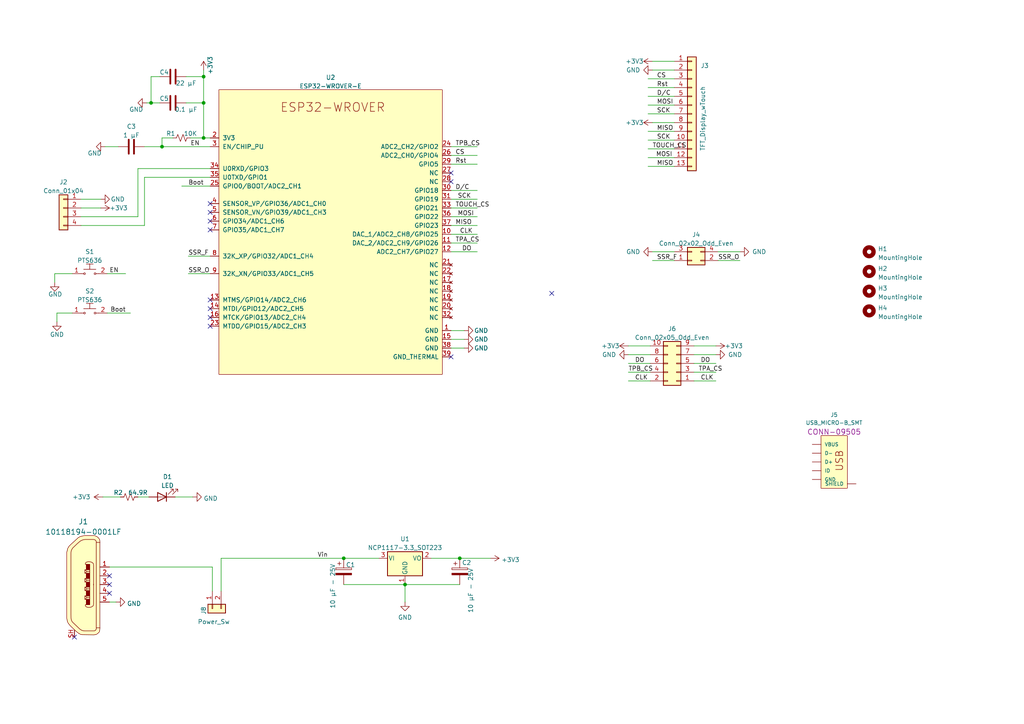
<source format=kicad_sch>
(kicad_sch (version 20211123) (generator eeschema)
  (paper "A4")
  (lib_symbols
    (symbol "Connector_Generic:Conn_01x02" (pin_names (offset 1.016) hide)
      (property "Reference" "J" (at 0 2.54 0))
      (property "Value" "Conn_01x02" (at 0 -5.08 0))
      (symbol "Conn_01x02_1_1"
        (rectangle (start -1.27 -2.413) (end 0 -2.667) (stroke (width 0.1524)))
        (rectangle (start -1.27 0.127) (end 0 -0.127) (stroke (width 0.1524)))
        (rectangle (start -1.27 1.27) (end 1.27 -3.81) (stroke (width 0.254)) (fill (type background)))
        (pin passive line (at -5.08 0 0) (length 3.81) (name "Pin_1") (number "1"))
        (pin passive line (at -5.08 -2.54 0) (length 3.81) (name "Pin_2") (number "2"))
      )
    )
    (symbol "Connector_Generic:Conn_01x04" (pin_names (offset 1.016) hide)
      (property "Reference" "J" (at 0 5.08 0))
      (property "Value" "Conn_01x04" (at 0 -7.62 0))
      (symbol "Conn_01x04_1_1"
        (rectangle (start -1.27 -4.953) (end 0 -5.207) (stroke (width 0.1524)))
        (rectangle (start -1.27 -2.413) (end 0 -2.667) (stroke (width 0.1524)))
        (rectangle (start -1.27 0.127) (end 0 -0.127) (stroke (width 0.1524)))
        (rectangle (start -1.27 2.667) (end 0 2.413) (stroke (width 0.1524)))
        (rectangle (start -1.27 3.81) (end 1.27 -6.35) (stroke (width 0.254)) (fill (type background)))
        (pin passive line (at -5.08 2.54 0) (length 3.81) (name "Pin_1") (number "1"))
        (pin passive line (at -5.08 0 0) (length 3.81) (name "Pin_2") (number "2"))
        (pin passive line (at -5.08 -2.54 0) (length 3.81) (name "Pin_3") (number "3"))
        (pin passive line (at -5.08 -5.08 0) (length 3.81) (name "Pin_4") (number "4"))
      )
    )
    (symbol "Connector_Generic:Conn_01x13" (pin_names (offset 1.016) hide)
      (property "Reference" "J" (at 0 17.78 0))
      (property "Value" "Conn_01x13" (at 0 -17.78 0))
      (symbol "Conn_01x13_1_1"
        (rectangle (start -1.27 -15.113) (end 0 -15.367) (stroke (width 0.1524)))
        (rectangle (start -1.27 -12.573) (end 0 -12.827) (stroke (width 0.1524)))
        (rectangle (start -1.27 -10.033) (end 0 -10.287) (stroke (width 0.1524)))
        (rectangle (start -1.27 -7.493) (end 0 -7.747) (stroke (width 0.1524)))
        (rectangle (start -1.27 -4.953) (end 0 -5.207) (stroke (width 0.1524)))
        (rectangle (start -1.27 -2.413) (end 0 -2.667) (stroke (width 0.1524)))
        (rectangle (start -1.27 0.127) (end 0 -0.127) (stroke (width 0.1524)))
        (rectangle (start -1.27 2.667) (end 0 2.413) (stroke (width 0.1524)))
        (rectangle (start -1.27 5.207) (end 0 4.953) (stroke (width 0.1524)))
        (rectangle (start -1.27 7.747) (end 0 7.493) (stroke (width 0.1524)))
        (rectangle (start -1.27 10.287) (end 0 10.033) (stroke (width 0.1524)))
        (rectangle (start -1.27 12.827) (end 0 12.573) (stroke (width 0.1524)))
        (rectangle (start -1.27 15.367) (end 0 15.113) (stroke (width 0.1524)))
        (rectangle (start -1.27 16.51) (end 1.27 -16.51) (stroke (width 0.254)) (fill (type background)))
        (pin passive line (at -5.08 15.24 0) (length 3.81) (name "Pin_1") (number "1"))
        (pin passive line (at -5.08 -7.62 0) (length 3.81) (name "Pin_10") (number "10"))
        (pin passive line (at -5.08 -10.16 0) (length 3.81) (name "Pin_11") (number "11"))
        (pin passive line (at -5.08 -12.7 0) (length 3.81) (name "Pin_12") (number "12"))
        (pin passive line (at -5.08 -15.24 0) (length 3.81) (name "Pin_13") (number "13"))
        (pin passive line (at -5.08 12.7 0) (length 3.81) (name "Pin_2") (number "2"))
        (pin passive line (at -5.08 10.16 0) (length 3.81) (name "Pin_3") (number "3"))
        (pin passive line (at -5.08 7.62 0) (length 3.81) (name "Pin_4") (number "4"))
        (pin passive line (at -5.08 5.08 0) (length 3.81) (name "Pin_5") (number "5"))
        (pin passive line (at -5.08 2.54 0) (length 3.81) (name "Pin_6") (number "6"))
        (pin passive line (at -5.08 0 0) (length 3.81) (name "Pin_7") (number "7"))
        (pin passive line (at -5.08 -2.54 0) (length 3.81) (name "Pin_8") (number "8"))
        (pin passive line (at -5.08 -5.08 0) (length 3.81) (name "Pin_9") (number "9"))
      )
    )
    (symbol "Connector_Generic:Conn_02x02_Odd_Even" (pin_names (offset 1.016) hide)
      (property "Reference" "J" (at 1.27 2.54 0))
      (property "Value" "Conn_02x02_Odd_Even" (at 1.27 -5.08 0))
      (symbol "Conn_02x02_Odd_Even_1_1"
        (rectangle (start -1.27 -2.413) (end 0 -2.667) (stroke (width 0.1524)))
        (rectangle (start -1.27 0.127) (end 0 -0.127) (stroke (width 0.1524)))
        (rectangle (start -1.27 1.27) (end 3.81 -3.81) (stroke (width 0.254)) (fill (type background)))
        (rectangle (start 3.81 -2.413) (end 2.54 -2.667) (stroke (width 0.1524)))
        (rectangle (start 3.81 0.127) (end 2.54 -0.127) (stroke (width 0.1524)))
        (pin passive line (at -5.08 0 0) (length 3.81) (name "Pin_1") (number "1"))
        (pin passive line (at 7.62 0 180) (length 3.81) (name "Pin_2") (number "2"))
        (pin passive line (at -5.08 -2.54 0) (length 3.81) (name "Pin_3") (number "3"))
        (pin passive line (at 7.62 -2.54 180) (length 3.81) (name "Pin_4") (number "4"))
      )
    )
    (symbol "Connector_Generic:Conn_02x05_Odd_Even" (pin_names (offset 1.016) hide)
      (property "Reference" "J" (at 1.27 7.62 0))
      (property "Value" "Conn_02x05_Odd_Even" (at 1.27 -7.62 0))
      (symbol "Conn_02x05_Odd_Even_1_1"
        (rectangle (start -1.27 -4.953) (end 0 -5.207) (stroke (width 0.1524)))
        (rectangle (start -1.27 -2.413) (end 0 -2.667) (stroke (width 0.1524)))
        (rectangle (start -1.27 0.127) (end 0 -0.127) (stroke (width 0.1524)))
        (rectangle (start -1.27 2.667) (end 0 2.413) (stroke (width 0.1524)))
        (rectangle (start -1.27 5.207) (end 0 4.953) (stroke (width 0.1524)))
        (rectangle (start -1.27 6.35) (end 3.81 -6.35) (stroke (width 0.254)) (fill (type background)))
        (rectangle (start 3.81 -4.953) (end 2.54 -5.207) (stroke (width 0.1524)))
        (rectangle (start 3.81 -2.413) (end 2.54 -2.667) (stroke (width 0.1524)))
        (rectangle (start 3.81 0.127) (end 2.54 -0.127) (stroke (width 0.1524)))
        (rectangle (start 3.81 2.667) (end 2.54 2.413) (stroke (width 0.1524)))
        (rectangle (start 3.81 5.207) (end 2.54 4.953) (stroke (width 0.1524)))
        (pin passive line (at -5.08 5.08 0) (length 3.81) (name "Pin_1") (number "1"))
        (pin passive line (at 7.62 -5.08 180) (length 3.81) (name "Pin_10") (number "10"))
        (pin passive line (at 7.62 5.08 180) (length 3.81) (name "Pin_2") (number "2"))
        (pin passive line (at -5.08 2.54 0) (length 3.81) (name "Pin_3") (number "3"))
        (pin passive line (at 7.62 2.54 180) (length 3.81) (name "Pin_4") (number "4"))
        (pin passive line (at -5.08 0 0) (length 3.81) (name "Pin_5") (number "5"))
        (pin passive line (at 7.62 0 180) (length 3.81) (name "Pin_6") (number "6"))
        (pin passive line (at -5.08 -2.54 0) (length 3.81) (name "Pin_7") (number "7"))
        (pin passive line (at 7.62 -2.54 180) (length 3.81) (name "Pin_8") (number "8"))
        (pin passive line (at -5.08 -5.08 0) (length 3.81) (name "Pin_9") (number "9"))
      )
    )
    (symbol "Device:C" (pin_numbers hide) (pin_names (offset 0.254))
      (property "Reference" "C" (at 0.635 2.54 0))
      (property "Value" "C" (at 0.635 -2.54 0))
      (symbol "C_0_1"
        (polyline (pts (xy -2.032 -0.762) (xy 2.032 -0.762)) (stroke (width 0.508)))
        (polyline (pts (xy -2.032 0.762) (xy 2.032 0.762)) (stroke (width 0.508)))
      )
      (symbol "C_1_1"
        (pin passive line (at 0 3.81 270) (length 2.794) (name "~") (number "1"))
        (pin passive line (at 0 -3.81 90) (length 2.794) (name "~") (number "2"))
      )
    )
    (symbol "Device:C_Polarized" (pin_numbers hide) (pin_names (offset 0.254))
      (property "Reference" "C" (at 0.635 2.54 0))
      (property "Value" "C_Polarized" (at 0.635 -2.54 0))
      (symbol "C_Polarized_0_1"
        (rectangle (start -2.286 0.508) (end 2.286 1.016))
        (polyline (pts (xy -1.778 2.286) (xy -0.762 2.286)))
        (polyline (pts (xy -1.27 2.794) (xy -1.27 1.778)))
        (rectangle (start 2.286 -0.508) (end -2.286 -1.016) (fill (type outline)))
      )
      (symbol "C_Polarized_1_1"
        (pin passive line (at 0 3.81 270) (length 2.794) (name "~") (number "1"))
        (pin passive line (at 0 -3.81 90) (length 2.794) (name "~") (number "2"))
      )
    )
    (symbol "Device:LED" (pin_numbers hide) (pin_names (offset 1.016) hide)
      (property "Reference" "D" (at 0 2.54 0))
      (property "Value" "LED" (at 0 -2.54 0))
      (symbol "LED_0_1"
        (polyline (pts (xy -1.27 -1.27) (xy -1.27 1.27)) (stroke (width 0.254)))
        (polyline (pts (xy -1.27 0) (xy 1.27 0)))
        (polyline (pts (xy 1.27 -1.27) (xy 1.27 1.27) (xy -1.27 0) (xy 1.27 -1.27)) (stroke (width 0.254)))
        (polyline (pts (xy -3.048 -0.762) (xy -4.572 -2.286) (xy -3.81 -2.286) (xy -4.572 -2.286) (xy -4.572 -1.524)))
        (polyline (pts (xy -1.778 -0.762) (xy -3.302 -2.286) (xy -2.54 -2.286) (xy -3.302 -2.286) (xy -3.302 -1.524)))
      )
      (symbol "LED_1_1"
        (pin passive line (at -3.81 0 0) (length 2.54) (name "K") (number "1"))
        (pin passive line (at 3.81 0 180) (length 2.54) (name "A") (number "2"))
      )
    )
    (symbol "Device:R_Small_US" (pin_numbers hide) (pin_names (offset 0.254) hide)
      (property "Reference" "R" (at 0.762 0.508 0))
      (property "Value" "R_Small_US" (at 0.762 -1.016 0))
      (symbol "R_Small_US_1_1"
        (polyline (pts (xy 0 0) (xy 1.016 -0.381) (xy 0 -0.762) (xy -1.016 -1.143) (xy 0 -1.524)))
        (polyline (pts (xy 0 1.524) (xy 1.016 1.143) (xy 0 0.762) (xy -1.016 0.381) (xy 0 0)))
        (pin passive line (at 0 2.54 270) (length 1.016) (name "~") (number "1"))
        (pin passive line (at 0 -2.54 90) (length 1.016) (name "~") (number "2"))
      )
    )
    (symbol "Espressif:ESP32-WROVER-E" (pin_names (offset 1.016))
      (property "Reference" "U?" (at 0.635 45.4828 0))
      (property "Value" "ESP32-WROVER-E" (at 0.635 42.9459 0))
      (symbol "ESP32-WROVER-E_0_1"
        (rectangle (start 33.02 41.91) (end -31.75 -40.64) (fill (type background)))
      )
      (symbol "ESP32-WROVER-E_1_1"
        (text "ESP32-­WROVER" (at 1.27 36.83 0) (effects (font (size 2.54 2.54))))
        (pin power_in line (at 35.56 -27.94 180) (length 2.54) (name "GND") (number "1"))
        (pin bidirectional line (at 35.56 0 180) (length 2.54) (name "DAC_1/ADC2_CH8/GPIO25") (number "10"))
        (pin bidirectional line (at 35.56 -2.54 180) (length 2.54) (name "DAC_2/ADC2_CH9/GPIO26") (number "11"))
        (pin bidirectional line (at 35.56 -5.08 180) (length 2.54) (name "ADC2_CH7/GPIO27") (number "12"))
        (pin bidirectional line (at -34.29 -19.05 0) (length 2.54) (name "MTMS/GPIO14/ADC2_CH6") (number "13"))
        (pin bidirectional line (at -34.29 -21.59 0) (length 2.54) (name "MTDI/GPIO12/ADC2_CH5") (number "14"))
        (pin power_in line (at 35.56 -30.48 180) (length 2.54) (name "GND") (number "15"))
        (pin bidirectional line (at -34.29 -24.13 0) (length 2.54) (name "MTCK/GPIO13/ADC2_CH4") (number "16"))
        (pin no_connect line (at 35.56 -13.97 180) (length 2.54) (name "NC") (number "17"))
        (pin no_connect line (at 35.56 -16.51 180) (length 2.54) (name "NC") (number "18"))
        (pin no_connect line (at 35.56 -19.05 180) (length 2.54) (name "NC") (number "19"))
        (pin power_in line (at -34.29 27.94 0) (length 2.54) (name "3V3") (number "2"))
        (pin no_connect line (at 35.56 -21.59 180) (length 2.54) (name "NC") (number "20"))
        (pin no_connect line (at 35.56 -8.89 180) (length 2.54) (name "NC") (number "21"))
        (pin no_connect line (at 35.56 -11.43 180) (length 2.54) (name "NC") (number "22"))
        (pin bidirectional line (at -34.29 -26.67 0) (length 2.54) (name "MTDO/GPIO15/ADC2_CH3") (number "23"))
        (pin bidirectional line (at 35.56 25.4 180) (length 2.54) (name "ADC2_CH2/GPIO2") (number "24"))
        (pin bidirectional line (at -34.29 13.97 0) (length 2.54) (name "GPIO0/BOOT/ADC2_CH1") (number "25"))
        (pin bidirectional line (at 35.56 22.86 180) (length 2.54) (name "ADC2_CH0/GPIO4") (number "26"))
        (pin bidirectional line (at 35.56 17.78 180) (length 2.54) (name "NC") (number "27"))
        (pin bidirectional line (at 35.56 15.24 180) (length 2.54) (name "NC") (number "28"))
        (pin bidirectional line (at 35.56 20.32 180) (length 2.54) (name "GPIO5") (number "29"))
        (pin input line (at -34.29 25.4 0) (length 2.54) (name "EN/CHIP_PU") (number "3"))
        (pin bidirectional line (at 35.56 12.7 180) (length 2.54) (name "GPIO18") (number "30"))
        (pin bidirectional line (at 35.56 10.16 180) (length 2.54) (name "GPIO19") (number "31"))
        (pin no_connect line (at 35.56 -24.13 180) (length 2.54) (name "NC") (number "32"))
        (pin bidirectional line (at 35.56 7.62 180) (length 2.54) (name "GPIO21") (number "33"))
        (pin bidirectional line (at -34.29 19.05 0) (length 2.54) (name "U0RXD/GPIO3") (number "34"))
        (pin bidirectional line (at -34.29 16.51 0) (length 2.54) (name "U0TXD/GPIO1") (number "35"))
        (pin bidirectional line (at 35.56 5.08 180) (length 2.54) (name "GPIO22") (number "36"))
        (pin bidirectional line (at 35.56 2.54 180) (length 2.54) (name "GPIO23") (number "37"))
        (pin power_in line (at 35.56 -33.02 180) (length 2.54) (name "GND") (number "38"))
        (pin power_in line (at 35.56 -35.56 180) (length 2.54) (name "GND_THERMAL") (number "39"))
        (pin input line (at -34.29 8.89 0) (length 2.54) (name "SENSOR_VP/GPIO36/ADC1_CH0") (number "4"))
        (pin input line (at -34.29 6.35 0) (length 2.54) (name "SENSOR_VN/GPIO39/ADC1_CH3") (number "5"))
        (pin input line (at -34.29 3.81 0) (length 2.54) (name "GPIO34/ADC1_CH6") (number "6"))
        (pin input line (at -34.29 1.27 0) (length 2.54) (name "GPIO35/ADC1_CH7") (number "7"))
        (pin bidirectional line (at -34.29 -6.35 0) (length 2.54) (name "32K_XP/GPIO32/ADC1_CH4") (number "8"))
        (pin bidirectional line (at -34.29 -11.43 0) (length 2.54) (name "32K_XN/GPIO33/ADC1_CH5") (number "9"))
      )
    )
    (symbol "Kitecraft_Buttons:PTS636" (pin_names (offset 1.016))
      (property "Reference" "S" (at -3.81 3.81 0))
      (property "Value" "PTS636" (at 0 -2.54 0))
      (symbol "PTS636_0_1"
        (circle (center -1.524 0) (radius 0.254))
        (polyline (pts (xy -2.54 0) (xy -1.778 0)))
        (polyline (pts (xy -1.778 1.27) (xy 1.778 1.27)))
        (polyline (pts (xy -1.016 2.794) (xy 1.016 2.794)))
        (polyline (pts (xy 0 1.27) (xy 0 2.794)))
        (polyline (pts (xy 2.54 0) (xy 1.778 0)))
        (circle (center 1.524 0) (radius 0.254))
      )
      (symbol "PTS636_1_1"
        (pin passive line (at -5.08 0 0) (length 2.54) (name "~") (number "1"))
        (pin passive line (at 5.08 0 180) (length 2.54) (name "~") (number "2"))
      )
    )
    (symbol "Mechanical:MountingHole" (pin_names (offset 1.016))
      (property "Reference" "H" (at 0 5.08 0))
      (property "Value" "MountingHole" (at 0 3.175 0))
      (symbol "MountingHole_0_1"
        (circle (center 0 0) (radius 1.27) (stroke (width 1.27)))
      )
    )
    (symbol "Regulator_Linear:NCP1117-3.3_SOT223" (pin_names (offset 0.254))
      (property "Reference" "U" (at -3.81 3.175 0))
      (property "Value" "NCP1117-3.3_SOT223" (at 0 3.175 0))
      (symbol "NCP1117-3.3_SOT223_0_1"
        (rectangle (start -5.08 -5.08) (end 5.08 1.905) (stroke (width 0.254)) (fill (type background)))
      )
      (symbol "NCP1117-3.3_SOT223_1_1"
        (pin power_in line (at 0 -7.62 90) (length 2.54) (name "GND") (number "1"))
        (pin power_out line (at 7.62 0 180) (length 2.54) (name "VO") (number "2"))
        (pin power_in line (at -7.62 0 0) (length 2.54) (name "VI") (number "3"))
      )
    )
    (symbol "SparkFun-Connectors:USB_MICRO-B_SMT" (pin_numbers hide) (pin_names (offset 1.016))
      (property "Reference" "J" (at -3.81 8.89 0))
      (property "Value" "USB_MICRO-B_SMT" (at -3.81 -10.16 0))
      (property "Field4" "CONN-09505" (at 0 12.7 0))
      (symbol "USB_MICRO-B_SMT_1_0"
        (rectangle (start -3.81 7.62) (end 3.81 -7.62) (fill (type background)))
        (text "USB" (at 1.524 0.381 900) (effects (font (size 2.032 2.032))))
      )
      (symbol "USB_MICRO-B_SMT_1_1"
        (pin bidirectional line (at -6.35 0 0) (length 2.54) (name "D+") (number "D+"))
        (pin bidirectional line (at -6.35 2.54 0) (length 2.54) (name "D-") (number "D-"))
        (pin power_in line (at -6.35 -5.08 0) (length 2.54) (name "GND") (number "GND"))
        (pin bidirectional line (at -6.35 -2.54 0) (length 2.54) (name "ID") (number "ID"))
        (pin bidirectional line (at 6.35 -6.35 180) (length 2.54) (name "SHIELD") (number "MT1"))
        (pin bidirectional line (at 6.35 -6.35 180) (length 2.54) hide (name "SHIELD") (number "MT2"))
        (pin bidirectional line (at 6.35 -6.35 180) (length 2.54) hide (name "SHIELD") (number "P$1"))
        (pin bidirectional line (at 6.35 -6.35 180) (length 2.54) hide (name "SHIELD") (number "P$2"))
        (pin power_in line (at -6.35 5.08 0) (length 2.54) (name "VBUS") (number "VBUS"))
      )
    )
    (symbol "dk_USB-DVI-HDMI-Connectors:10118194-0001LF" (pin_names (offset 1.016))
      (property "Reference" "J" (at -4.445 15.24 0))
      (property "Value" "10118194-0001LF" (at -6.35 -7.62 90))
      (symbol "10118194-0001LF_0_1"
        (polyline (pts (xy 3.7846 12.2428) (xy 3.7846 -12.5476)))
        (polyline (pts (xy 0.4826 -4.2926) (xy 0.4826 -3.2766) (xy 1.8796 -3.2766) (xy 1.8796 -4.2926) (xy 0.4826 -4.2926) (xy 1.1176 -3.7846) (xy 0.4826 -3.2766) (xy 1.8796 -3.2766) (xy 1.8796 -3.7846) (xy 1.1176 -3.7846)))
        (polyline (pts (xy 0.4826 -1.7526) (xy 0.4826 -0.7366) (xy 1.8796 -0.7366) (xy 1.8796 -1.7526) (xy 0.4826 -1.7526) (xy 1.1176 -1.2446) (xy 0.4826 -0.7366) (xy 1.8796 -0.7366) (xy 1.8796 -1.2446) (xy 1.1176 -1.2446)))
        (polyline (pts (xy 0.4826 1.7526) (xy 0.4826 0.7366) (xy 1.8796 0.7366) (xy 1.8796 1.7526) (xy 0.4826 1.7526) (xy 1.1176 1.2446) (xy 0.4826 0.7366) (xy 1.8796 0.7366) (xy 1.8796 1.2446) (xy 1.1176 1.2446)))
        (polyline (pts (xy 0.4826 4.2926) (xy 0.4826 3.2766) (xy 1.8796 3.2766) (xy 1.8796 4.2926) (xy 0.4826 4.2926) (xy 1.1176 3.7846) (xy 0.4826 3.2766) (xy 1.8796 3.2766) (xy 1.8796 3.7846) (xy 1.1176 3.7846)))
        (polyline (pts (xy 1.905 -0.0254) (xy 1.905 5.842) (xy 0.635 5.842) (xy 0.635 6.1468) (xy 0.8128 6.4262) (xy 1.1938 6.5786) (xy 1.651 6.6294) (xy 2.2606 6.5532) (xy 2.7178 6.3246) (xy 2.9464 6.0706) (xy 3.0226 5.6388) (xy 3.0226 4.8006) (xy 3.0226 -0.127)))
        (polyline (pts (xy 1.905 0.0254) (xy 1.905 -5.842) (xy 0.635 -5.842) (xy 0.635 -6.1468) (xy 0.8128 -6.4262) (xy 1.1938 -6.5786) (xy 1.651 -6.6294) (xy 2.2606 -6.5532) (xy 2.7178 -6.3246) (xy 2.9464 -6.0706) (xy 3.0226 -5.6388) (xy 3.0226 -4.8006) (xy 3.0226 0.127)))
        (polyline (pts (xy 4.8514 -12.5476) (xy 3.8354 -12.5476) (xy 3.7846 -12.5476) (xy 3.7846 -12.9032) (xy 3.6068 -13.2334) (xy 3.429 -13.3604) (xy 3.2258 -13.4366) (xy 0.4572 -13.4366) (xy 0.0508 -13.4112) (xy -0.3302 -13.3096) (xy -0.6604 -13.1318) (xy -0.9906 -12.9032) (xy -3.1496 -10.8458) (xy -3.4036 -10.3886) (xy -3.5306 -9.779) (xy -3.556 -8.636) (xy -3.556 9.2202) (xy -3.5306 9.4234) (xy -3.4544 9.8298) (xy -3.302 10.1854) (xy -3.0226 10.6172) (xy -1.7526 11.8364) (xy -0.8636 12.5984) (xy -0.3302 12.8778) (xy 0.0762 13.0048) (xy 0.6096 13.081) (xy 3.0734 13.081) (xy 3.3274 13.0048) (xy 3.5814 12.8524) (xy 3.7846 12.5222) (xy 3.7846 12.2174) (xy 4.8514 12.2174)))
        (polyline (pts (xy 4.8514 -11.4808) (xy 4.8514 -12.8016) (xy 4.7752 -13.4366) (xy 4.572 -13.8684) (xy 4.0386 -14.3256) (xy 3.5814 -14.5288) (xy 3.0988 -14.605) (xy -0.2794 -14.5542) (xy -0.7112 -14.4526) (xy -1.2446 -14.1986) (xy -2.2098 -13.4366) (xy -3.556 -12.1412) (xy -4.0132 -11.6586) (xy -4.3688 -11.1506) (xy -4.6228 -10.5918) (xy -4.7498 -9.7536) (xy -4.7498 9.3726) (xy -4.5974 10.0838) (xy -4.4704 10.4648) (xy -4.2164 10.9728) (xy -3.6068 11.6078) (xy -1.4478 13.589) (xy -0.9652 13.8684) (xy -0.5588 14.0208) (xy 0.0762 14.1224) (xy 0.5588 14.1732) (xy 3.2766 14.1732) (xy 3.7592 14.0208) (xy 4.2164 13.7414) (xy 4.445 13.5128) (xy 4.699 13.1572) (xy 4.826 12.8524) (xy 4.8514 12.446) (xy 4.8514 -11.5062)) (fill (type background)))
        (rectangle (start 0.889 -4.318) (end 1.905 -5.842) (fill (type outline)))
        (rectangle (start 0.889 -3.302) (end 1.905 -1.778) (fill (type outline)))
        (rectangle (start 0.889 -0.635) (end 1.905 0.381) (fill (type outline)))
        (rectangle (start 0.889 0.635) (end 1.905 -0.381) (fill (type outline)))
        (rectangle (start 0.889 3.302) (end 1.905 1.778) (fill (type outline)))
        (rectangle (start 0.889 4.318) (end 1.905 5.842) (fill (type outline)))
      )
      (symbol "10118194-0001LF_1_1"
        (pin passive line (at 7.62 5.08 180) (length 2.794) (name "~") (number "1"))
        (pin passive line (at 7.62 2.54 180) (length 2.794) (name "~") (number "2"))
        (pin passive line (at 7.62 0 180) (length 2.794) (name "~") (number "3"))
        (pin passive line (at 7.62 -2.54 180) (length 2.794) (name "~") (number "4"))
        (pin passive line (at 7.62 -5.08 180) (length 2.794) (name "~") (number "5"))
        (pin passive line (at -2.54 -15.24 90) (length 2.032) (name "~") (number "SH"))
      )
    )
    (symbol "power:+3.3V" (power) (pin_names (offset 0))
      (property "Value" "+3.3V" (at 0 3.556 0))
      (symbol "+3.3V_0_1"
        (polyline (pts (xy -0.762 1.27) (xy 0 2.54)))
        (polyline (pts (xy 0 0) (xy 0 2.54)))
        (polyline (pts (xy 0 2.54) (xy 0.762 1.27)))
      )
      (symbol "+3.3V_1_1"
        (pin power_in line (at 0 0 90) (length 0) hide (name "+3V3") (number "1"))
      )
    )
    (symbol "power:GND" (power) (pin_names (offset 0))
      (property "Value" "GND" (at 0 -3.81 0))
      (symbol "GND_0_1"
        (polyline (pts (xy 0 0) (xy 0 -1.27) (xy 1.27 -1.27) (xy 0 -2.54) (xy -1.27 -1.27) (xy 0 -1.27)))
      )
      (symbol "GND_1_1"
        (pin power_in line (at 0 0 270) (length 0) hide (name "GND") (number "1"))
      )
    )
  )
  (junction (at 46.99 42.545))
  (junction (at 59.055 40.005))
  (junction (at 99.695 161.925))
  (junction (at 43.815 29.845))
  (junction (at 59.055 22.225))
  (junction (at 117.475 169.545))
  (junction (at 59.055 29.845))
  (junction (at 133.35 161.925))
  (no_connect (at 130.81 103.505))
  (no_connect (at 160.02 85.09))
  (no_connect (at 130.81 52.705))
  (no_connect (at 130.81 50.165))
  (no_connect (at 60.96 61.595))
  (no_connect (at 60.96 59.055))
  (no_connect (at 60.96 66.675))
  (no_connect (at 60.96 64.135))
  (no_connect (at 60.96 94.615))
  (no_connect (at 60.96 92.075))
  (no_connect (at 60.96 89.535))
  (no_connect (at 60.96 86.995))
  (no_connect (at 31.75 172.085))
  (no_connect (at 31.75 169.545))
  (no_connect (at 21.59 184.785))
  (no_connect (at 31.75 167.005))
  (wire (pts (xy 61.595 164.465) (xy 61.595 171.45)))
  (wire (pts (xy 187.96 27.94) (xy 195.58 27.94)))
  (wire (pts (xy 125.095 161.925) (xy 133.35 161.925)))
  (wire (pts (xy 130.81 60.325) (xy 138.43 60.325)))
  (wire (pts (xy 46.99 40.005) (xy 46.99 42.545)))
  (wire (pts (xy 41.91 65.405) (xy 23.495 65.405)))
  (wire (pts (xy 64.135 161.925) (xy 99.695 161.925)))
  (wire (pts (xy 54.61 79.375) (xy 60.96 79.375)))
  (wire (pts (xy 182.245 107.95) (xy 188.595 107.95)))
  (wire (pts (xy 20.955 90.805) (xy 16.51 90.805)))
  (wire (pts (xy 117.475 169.545) (xy 117.475 174.625)))
  (wire (pts (xy 59.055 22.225) (xy 59.055 29.845)))
  (wire (pts (xy 130.81 42.545) (xy 138.43 42.545)))
  (wire (pts (xy 31.75 164.465) (xy 61.595 164.465)))
  (wire (pts (xy 64.135 171.45) (xy 64.135 161.925)))
  (wire (pts (xy 208.28 73.025) (xy 214.63 73.025)))
  (wire (pts (xy 40.005 144.145) (xy 43.18 144.145)))
  (wire (pts (xy 54.61 74.295) (xy 60.96 74.295)))
  (wire (pts (xy 23.495 57.785) (xy 29.21 57.785)))
  (wire (pts (xy 31.75 174.625) (xy 33.655 174.625)))
  (wire (pts (xy 31.115 79.375) (xy 36.449 79.375)))
  (wire (pts (xy 23.495 60.325) (xy 29.21 60.325)))
  (wire (pts (xy 46.355 22.225) (xy 43.815 22.225)))
  (wire (pts (xy 189.23 73.025) (xy 195.58 73.025)))
  (wire (pts (xy 182.245 110.49) (xy 188.595 110.49)))
  (wire (pts (xy 130.81 55.245) (xy 138.43 55.245)))
  (wire (pts (xy 201.295 102.87) (xy 207.645 102.87)))
  (wire (pts (xy 20.955 79.375) (xy 15.875 79.375)))
  (wire (pts (xy 31.115 90.805) (xy 37.846 90.805)))
  (wire (pts (xy 59.055 20.32) (xy 59.055 22.225)))
  (wire (pts (xy 187.96 48.26) (xy 195.58 48.26)))
  (wire (pts (xy 182.245 105.41) (xy 188.595 105.41)))
  (wire (pts (xy 130.81 67.945) (xy 138.43 67.945)))
  (wire (pts (xy 130.81 57.785) (xy 138.43 57.785)))
  (wire (pts (xy 40.005 62.865) (xy 23.495 62.865)))
  (wire (pts (xy 201.295 105.41) (xy 207.645 105.41)))
  (wire (pts (xy 187.96 25.4) (xy 195.58 25.4)))
  (wire (pts (xy 40.005 48.895) (xy 40.005 62.865)))
  (wire (pts (xy 187.96 40.64) (xy 195.58 40.64)))
  (wire (pts (xy 187.96 43.18) (xy 195.58 43.18)))
  (wire (pts (xy 29.845 144.145) (xy 34.925 144.145)))
  (wire (pts (xy 50.8 144.145) (xy 55.88 144.145)))
  (wire (pts (xy 53.975 29.845) (xy 59.055 29.845)))
  (wire (pts (xy 117.475 169.545) (xy 133.35 169.545)))
  (wire (pts (xy 187.96 38.1) (xy 195.58 38.1)))
  (wire (pts (xy 189.23 75.565) (xy 195.58 75.565)))
  (wire (pts (xy 99.695 161.925) (xy 109.855 161.925)))
  (wire (pts (xy 41.91 42.545) (xy 46.99 42.545)))
  (wire (pts (xy 130.81 65.405) (xy 138.43 65.405)))
  (wire (pts (xy 130.81 73.025) (xy 138.43 73.025)))
  (wire (pts (xy 182.245 100.33) (xy 188.595 100.33)))
  (wire (pts (xy 52.705 53.975) (xy 60.96 53.975)))
  (wire (pts (xy 60.96 51.435) (xy 41.91 51.435)))
  (wire (pts (xy 134.62 95.885) (xy 130.81 95.885)))
  (wire (pts (xy 201.295 107.95) (xy 207.645 107.95)))
  (wire (pts (xy 30.48 42.545) (xy 34.29 42.545)))
  (wire (pts (xy 187.96 33.02) (xy 195.58 33.02)))
  (wire (pts (xy 187.96 22.86) (xy 195.58 22.86)))
  (wire (pts (xy 187.96 45.72) (xy 195.58 45.72)))
  (wire (pts (xy 130.81 47.625) (xy 138.43 47.625)))
  (wire (pts (xy 42.545 29.845) (xy 43.815 29.845)))
  (wire (pts (xy 46.99 42.545) (xy 60.96 42.545)))
  (wire (pts (xy 201.295 110.49) (xy 207.645 110.49)))
  (wire (pts (xy 133.35 161.925) (xy 142.24 161.925)))
  (wire (pts (xy 201.295 100.33) (xy 207.645 100.33)))
  (wire (pts (xy 134.62 98.425) (xy 130.81 98.425)))
  (wire (pts (xy 53.975 22.225) (xy 59.055 22.225)))
  (wire (pts (xy 187.96 30.48) (xy 195.58 30.48)))
  (wire (pts (xy 15.875 79.375) (xy 15.875 81.915)))
  (wire (pts (xy 99.695 169.545) (xy 117.475 169.545)))
  (wire (pts (xy 41.91 51.435) (xy 41.91 65.405)))
  (wire (pts (xy 43.815 22.225) (xy 43.815 29.845)))
  (wire (pts (xy 189.23 17.78) (xy 195.58 17.78)))
  (wire (pts (xy 130.81 70.485) (xy 138.43 70.485)))
  (wire (pts (xy 189.23 20.32) (xy 195.58 20.32)))
  (wire (pts (xy 60.96 48.895) (xy 40.005 48.895)))
  (wire (pts (xy 43.815 29.845) (xy 46.355 29.845)))
  (wire (pts (xy 130.81 45.085) (xy 138.43 45.085)))
  (wire (pts (xy 16.51 90.805) (xy 16.51 93.345)))
  (wire (pts (xy 59.055 29.845) (xy 59.055 40.005)))
  (wire (pts (xy 55.245 40.005) (xy 59.055 40.005)))
  (wire (pts (xy 134.62 100.965) (xy 130.81 100.965)))
  (wire (pts (xy 182.245 102.87) (xy 188.595 102.87)))
  (wire (pts (xy 59.055 40.005) (xy 60.96 40.005)))
  (wire (pts (xy 208.28 75.565) (xy 214.63 75.565)))
  (wire (pts (xy 189.23 35.56) (xy 195.58 35.56)))
  (wire (pts (xy 130.81 62.865) (xy 138.43 62.865)))
  (wire (pts (xy 50.165 40.005) (xy 46.99 40.005)))
  (label "TPB_CS" (at 132.08 42.545 0))
  (label "Boot" (at 54.61 53.975 0))
  (label "D{slash}C" (at 190.5 27.94 0))
  (label "SCK" (at 132.715 57.785 0))
  (label "MISO" (at 132.08 65.405 0))
  (label "SSR_F" (at 54.61 74.295 0))
  (label "MISO" (at 190.5 48.26 0))
  (label "SCK" (at 190.5 40.64 0))
  (label "SSR_O" (at 54.61 79.375 0))
  (label "CS" (at 132.08 45.085 0))
  (label "CLK" (at 203.2 110.49 0))
  (label "DO" (at 184.15 105.41 0))
  (label "EN" (at 55.245 42.545 0))
  (label "SSR_O" (at 208.28 75.565 0))
  (label "MISO" (at 190.5 38.1 0))
  (label "Vin" (at 92.075 161.925 0))
  (label "DO" (at 133.985 73.025 0))
  (label "DO" (at 203.2 105.41 0))
  (label "SSR_F" (at 190.5 75.565 0))
  (label "Boot" (at 32.004 90.805 0))
  (label "TOUCH_CS" (at 189.23 43.18 0))
  (label "SCK" (at 190.5 33.02 0))
  (label "EN" (at 31.75 79.375 0))
  (label "TPA_CS" (at 202.565 107.95 0))
  (label "MOSI" (at 132.715 62.865 0))
  (label "TOUCH_CS" (at 132.08 60.325 0))
  (label "D{slash}C" (at 132.08 55.245 0))
  (label "CS" (at 190.5 22.86 0))
  (label "CLK" (at 133.35 67.945 0))
  (label "Rst" (at 132.08 47.625 0))
  (label "CLK" (at 184.15 110.49 0))
  (label "TPA_CS" (at 132.08 70.485 0))
  (label "MOSI" (at 190.2424 45.72 0))
  (label "MOSI" (at 190.5 30.48 0))
  (label "Rst" (at 190.5 25.4 0))
  (label "TPB_CS" (at 182.245 107.95 0))
  (symbol (lib_id "power:GND") (at 134.62 95.885 90) (unit 1)
    (property "Reference" "#PWR0104" (effects hide))
    (property "Value" "GND" (at 141.605 95.885 90) (effects (justify left)))
  )
  (symbol (lib_id "power:+3.3V") (at 189.23 35.56 90) (unit 1)
    (property "Reference" "#PWR0114" (effects hide))
    (property "Value" "+3.3V" (at 186.69 35.56 90) (effects (justify left)))
  )
  (symbol (lib_id "power:+3.3V") (at 142.24 161.925 270) (unit 1)
    (property "Reference" "#PWR0101" (effects hide))
    (property "Value" "+3.3V" (at 145.415 162.3588 90) (effects (justify left)))
  )
  (symbol (lib_id "power:GND") (at 30.48 42.545 270) (unit 1)
    (property "Reference" "#PWR0110" (effects hide))
    (property "Value" "GND" (at 25.4 44.45 90) (effects (justify left)))
  )
  (symbol (lib_id "Device:LED") (at 46.99 144.145 180) (unit 1)
    (property "Reference" "D1" (at 48.5775 138.2862 0))
    (property "Value" "LED" (at 48.5775 140.8231 0))
    (property "Footprint" "LED_SMD:LED_1206_3216Metric_Pad1.42x1.75mm_HandSolder" (effects hide))
  )
  (symbol (lib_id "Device:C_Polarized") (at 99.695 165.735 0) (unit 1)
    (property "Reference" "C1" (at 100.33 163.83 0) (effects (justify left)))
    (property "Value" "10 µF - 25V" (at 96.52 176.53 90) (effects (justify left)))
    (property "Footprint" "Capacitor_SMD:CP_Elec_4x5.7" (effects hide))
  )
  (symbol (lib_id "Connector_Generic:Conn_01x04") (at 18.415 60.325 0) (mirror y) (unit 1)
    (property "Reference" "J2" (at 18.415 52.8152 0))
    (property "Value" "Conn_01x04" (at 18.415 55.3521 0))
    (property "Footprint" "Connector_PinHeader_2.54mm:PinHeader_1x04_P2.54mm_Horizontal" (effects hide))
  )
  (symbol (lib_id "power:GND") (at 214.63 73.025 90) (unit 1)
    (property "Reference" "#PWR0121" (effects hide))
    (property "Value" "GND" (at 222.25 73.025 90) (effects (justify left)))
  )
  (symbol (lib_id "Connector_Generic:Conn_02x02_Odd_Even") (at 200.66 75.565 0) (mirror x) (unit 1)
    (property "Reference" "J4" (at 201.93 68.0552 0))
    (property "Value" "Conn_02x02_Odd_Even" (at 201.93 70.5921 0))
    (property "Footprint" "Connector_PinHeader_2.54mm:PinHeader_2x02_P2.54mm_Horizontal" (effects hide))
  )
  (symbol (lib_id "power:+3.3V") (at 182.245 100.33 90) (unit 1)
    (property "Reference" "#PWR0117" (effects hide))
    (property "Value" "+3.3V" (at 179.705 100.33 90) (effects (justify left)))
  )
  (symbol (lib_id "power:GND") (at 42.545 29.845 270) (unit 1)
    (property "Reference" "#PWR0107" (effects hide))
    (property "Value" "GND" (at 37.465 31.75 90) (effects (justify left)))
  )
  (symbol (lib_id "power:+3.3V") (at 189.23 17.78 90) (unit 1)
    (property "Reference" "#PWR0115" (effects hide))
    (property "Value" "+3.3V" (at 186.69 17.78 90) (effects (justify left)))
  )
  (symbol (lib_id "Mechanical:MountingHole") (at 252.095 90.17 0) (unit 1)
    (property "Reference" "H4" (at 254.635 89.3353 0) (effects (justify left)))
    (property "Value" "MountingHole" (at 254.635 91.8722 0) (effects (justify left)))
    (property "Footprint" "MountingHole:MountingHole_3.2mm_M3_DIN965" (effects hide))
  )
  (symbol (lib_id "Device:R_Small_US") (at 37.465 144.145 90) (unit 1)
    (property "Reference" "R2" (at 34.29 142.875 90))
    (property "Value" "64.9R" (at 40.005 142.875 90))
    (property "Footprint" "Resistor_SMD:R_1206_3216Metric_Pad1.30x1.75mm_HandSolder" (effects hide))
  )
  (symbol (lib_id "power:+3.3V") (at 29.21 60.325 270) (unit 1)
    (property "Reference" "#PWR0108" (effects hide))
    (property "Value" "+3.3V" (at 31.75 60.325 90) (effects (justify left)))
  )
  (symbol (lib_id "power:+3.3V") (at 29.845 144.145 90) (unit 1)
    (property "Reference" "#PWR0123" (effects hide))
    (property "Value" "+3.3V" (at 20.955 144.145 90) (effects (justify right)))
  )
  (symbol (lib_id "Regulator_Linear:NCP1117-3.3_SOT223") (at 117.475 161.925 0) (unit 1)
    (property "Reference" "U1" (at 117.475 156.3202 0))
    (property "Value" "NCP1117-3.3_SOT223" (at 117.475 158.8571 0))
    (property "Footprint" "Package_TO_SOT_SMD:SOT-223-3_TabPin2" (effects hide))
    (property "Datasheet" "http://www.onsemi.com/pub_link/Collateral/NCP1117-D.PDF" (effects hide))
  )
  (symbol (lib_id "Device:C") (at 50.165 22.225 90) (unit 1)
    (property "Reference" "C4" (at 47.625 20.955 90))
    (property "Value" "22 µF" (at 53.975 24.13 90))
    (property "Footprint" "Capacitor_SMD:C_0805_2012Metric_Pad1.18x1.45mm_HandSolder" (effects hide))
  )
  (symbol (lib_id "Connector_Generic:Conn_02x05_Odd_Even") (at 196.215 105.41 180) (unit 1)
    (property "Reference" "J6" (at 194.945 95.3602 0))
    (property "Value" "Conn_02x05_Odd_Even" (at 194.945 97.8971 0))
    (property "Footprint" "Connector_PinHeader_2.54mm:PinHeader_2x05_P2.54mm_Horizontal" (effects hide))
  )
  (symbol (lib_id "dk_USB-DVI-HDMI-Connectors:10118194-0001LF") (at 24.13 169.545 0) (unit 1)
    (property "Reference" "J1" (at 24.1808 151.2877 0) (effects (font (size 1.524 1.524))))
    (property "Value" "10118194-0001LF" (at 24.1808 154.2811 0) (effects (font (size 1.524 1.524))))
    (property "Footprint" "Kitecraft_Barrel_Jacks:USB_Micro_B_Female_10118194-0001LF" (effects hide))
    (property "Datasheet" "http://www.amphenol-icc.com/media/wysiwyg/files/drawing/10118194.pdf" (effects hide))
    (property "Digi-Key_PN" "609-4618-1-ND" (effects hide))
    (property "MPN" "10118194-0001LF" (effects hide))
    (property "Category" "Connectors, Interconnects" (effects hide))
    (property "Family" "USB, DVI, HDMI Connectors" (effects hide))
    (property "DK_Datasheet_Link" "http://www.amphenol-icc.com/media/wysiwyg/files/drawing/10118194.pdf" (effects hide))
    (property "DK_Detail_Page" "/product-detail/en/amphenol-icc-fci/10118194-0001LF/609-4618-1-ND/2785382" (effects hide))
    (property "Description" "CONN RCPT USB2.0 MICRO B SMD R/A" (effects hide))
    (property "Manufacturer" "Amphenol ICC (FCI)" (effects hide))
    (property "Status" "Active" (effects hide))
  )
  (symbol (lib_id "power:GND") (at 189.23 20.32 270) (unit 1)
    (property "Reference" "#PWR0116" (effects hide))
    (property "Value" "GND" (at 181.61 20.32 90) (effects (justify left)))
  )
  (symbol (lib_id "Mechanical:MountingHole") (at 252.095 78.74 0) (unit 1)
    (property "Reference" "H2" (at 254.635 77.9053 0) (effects (justify left)))
    (property "Value" "MountingHole" (at 254.635 80.4422 0) (effects (justify left)))
    (property "Footprint" "MountingHole:MountingHole_3.2mm_M3_DIN965" (effects hide))
  )
  (symbol (lib_id "power:GND") (at 117.475 174.625 0) (unit 1)
    (property "Reference" "#PWR0103" (effects hide))
    (property "Value" "GND" (at 117.475 179.0684 0))
  )
  (symbol (lib_id "power:GND") (at 182.245 102.87 270) (unit 1)
    (property "Reference" "#PWR0118" (effects hide))
    (property "Value" "GND" (at 174.625 102.87 90) (effects (justify left)))
  )
  (symbol (lib_id "power:GND") (at 33.655 174.625 90) (unit 1)
    (property "Reference" "#PWR0102" (effects hide))
    (property "Value" "GND" (at 36.83 175.0588 90) (effects (justify right)))
  )
  (symbol (lib_id "Device:R_Small_US") (at 52.705 40.005 90) (unit 1)
    (property "Reference" "R1" (at 49.53 38.735 90))
    (property "Value" "10K" (at 55.245 38.735 90))
    (property "Footprint" "Resistor_SMD:R_0805_2012Metric_Pad1.20x1.40mm_HandSolder" (effects hide))
  )
  (symbol (lib_id "Mechanical:MountingHole") (at 252.095 84.455 0) (unit 1)
    (property "Reference" "H3" (at 254.635 83.6203 0) (effects (justify left)))
    (property "Value" "MountingHole" (at 254.635 86.1572 0) (effects (justify left)))
    (property "Footprint" "MountingHole:MountingHole_3.2mm_M3_DIN965" (effects hide))
  )
  (symbol (lib_id "Device:C") (at 50.165 29.845 90) (unit 1)
    (property "Reference" "C5" (at 47.625 28.575 90))
    (property "Value" "0.1 µF" (at 53.975 31.75 90))
    (property "Footprint" "Capacitor_SMD:C_0805_2012Metric_Pad1.18x1.45mm_HandSolder" (effects hide))
  )
  (symbol (lib_id "power:GND") (at 134.62 98.425 90) (unit 1)
    (property "Reference" "#PWR0105" (effects hide))
    (property "Value" "GND" (at 141.605 98.425 90) (effects (justify left)))
  )
  (symbol (lib_id "power:+3.3V") (at 207.645 100.33 270) (unit 1)
    (property "Reference" "#PWR0119" (effects hide))
    (property "Value" "+3.3V" (at 210.185 100.33 90) (effects (justify left)))
  )
  (symbol (lib_id "power:GND") (at 16.51 93.345 0) (unit 1)
    (property "Reference" "#PWR0112" (effects hide))
    (property "Value" "GND" (at 14.478 97.028 0) (effects (justify left)))
  )
  (symbol (lib_id "Kitecraft_Buttons:PTS636") (at 26.035 79.375 0) (unit 1)
    (property "Reference" "S1" (at 26.035 73.0082 0))
    (property "Value" "PTS636" (at 26.035 75.5451 0))
    (property "Footprint" "Kitecraft_Buttons:TACTILE_SWITCH_SMD_6.0X3.5MM" (effects hide))
    (property "Datasheet" "http://switches-connectors-custom.cwind.com/Asset/GPTS203211BR2.pdf" (effects hide))
    (property "Digi-Key_PN" "CW181-ND" (effects hide))
    (property "MPN" "GPTS203211B" (effects hide))
    (property "Category" "Switches" (effects hide))
    (property "Family" "Pushbutton Switches" (effects hide))
    (property "DK_Datasheet_Link" "https://www.ckswitches.com/media/2779/pts636.pdf" (effects hide))
    (property "DK_Detail_Page" "https://www.digikey.ca/en/products/detail/c-k/PTS636-SL43-SMTR-LFS/10071722" (effects hide))
    (property "Description" "SWITCH PUSHBUTTON SPST" (effects hide))
    (property "Status" "Active" (effects hide))
  )
  (symbol (lib_id "SparkFun-Connectors:USB_MICRO-B_SMT") (at 241.935 133.985 0) (unit 1)
    (property "Reference" "J5" (at 241.935 120.3147 0) (effects (font (size 1.143 1.143))))
    (property "Value" "USB_MICRO-B_SMT" (at 241.935 122.6233 0) (effects (font (size 1.143 1.143))))
    (property "Footprint" "Kitecraft_Boards:USB_Micro_B_Female_10118194-0001LF" (effects hide))
    (property "Field4" "CONN-09505" (at 241.935 125.2743 0) (effects (font (size 1.524 1.524))))
  )
  (symbol (lib_id "Device:C_Polarized") (at 133.35 165.735 0) (unit 1)
    (property "Reference" "C2" (at 133.985 163.195 0) (effects (justify left)))
    (property "Value" "10 µF - 25V" (at 136.525 177.8 90) (effects (justify left)))
    (property "Footprint" "Capacitor_SMD:CP_Elec_4x5.7" (effects hide))
  )
  (symbol (lib_id "Mechanical:MountingHole") (at 252.095 73.025 0) (unit 1)
    (property "Reference" "H1" (at 254.635 72.1903 0) (effects (justify left)))
    (property "Value" "MountingHole" (at 254.635 74.7272 0) (effects (justify left)))
    (property "Footprint" "MountingHole:MountingHole_3.2mm_M3_DIN965" (effects hide))
  )
  (symbol (lib_id "power:GND") (at 207.645 102.87 90) (unit 1)
    (property "Reference" "#PWR0120" (effects hide))
    (property "Value" "GND" (at 215.265 102.87 90) (effects (justify left)))
  )
  (symbol (lib_id "power:GND") (at 134.62 100.965 90) (unit 1)
    (property "Reference" "#PWR0106" (effects hide))
    (property "Value" "GND" (at 141.605 100.965 90) (effects (justify left)))
  )
  (symbol (lib_id "power:+3.3V") (at 59.055 20.32 0) (unit 1)
    (property "Reference" "#PWR0111" (effects hide))
    (property "Value" "+3.3V" (at 60.96 21.59 90) (effects (justify left)))
  )
  (symbol (lib_id "Device:C") (at 38.1 42.545 90) (unit 1)
    (property "Reference" "C3" (at 38.1 36.6862 90))
    (property "Value" "1 µF" (at 38.1 39.2231 90))
    (property "Footprint" "Capacitor_SMD:C_0805_2012Metric_Pad1.18x1.45mm_HandSolder" (effects hide))
  )
  (symbol (lib_id "power:GND") (at 29.21 57.785 90) (unit 1)
    (property "Reference" "#PWR0109" (effects hide))
    (property "Value" "GND" (at 36.195 57.785 90) (effects (justify left)))
  )
  (symbol (lib_id "power:GND") (at 189.23 73.025 270) (unit 1)
    (property "Reference" "#PWR0122" (effects hide))
    (property "Value" "GND" (at 181.61 73.025 90) (effects (justify left)))
  )
  (symbol (lib_id "power:GND") (at 55.88 144.145 90) (unit 1)
    (property "Reference" "#PWR0124" (effects hide))
    (property "Value" "GND" (at 59.055 144.5788 90) (effects (justify right)))
  )
  (symbol (lib_id "Connector_Generic:Conn_01x02") (at 61.595 176.53 90) (mirror x) (unit 1)
    (property "Reference" "J8" (at 59.055 175.895 0) (effects (justify left)))
    (property "Value" "Power_Sw" (at 66.675 180.34 90) (effects (justify left)))
    (property "Footprint" "Connector_PinHeader_2.54mm:PinHeader_1x02_P2.54mm_Horizontal" (effects hide))
  )
  (symbol (lib_id "power:GND") (at 15.875 81.915 0) (unit 1)
    (property "Reference" "#PWR0113" (effects hide))
    (property "Value" "GND" (at 13.97 85.344 0) (effects (justify left)))
  )
  (symbol (lib_id "Kitecraft_Buttons:PTS636") (at 26.035 90.805 0) (unit 1)
    (property "Reference" "S2" (at 26.035 84.4382 0))
    (property "Value" "PTS636" (at 26.035 86.9751 0))
    (property "Footprint" "Kitecraft_Buttons:TACTILE_SWITCH_SMD_6.0X3.5MM" (effects hide))
    (property "Datasheet" "http://switches-connectors-custom.cwind.com/Asset/GPTS203211BR2.pdf" (effects hide))
    (property "Digi-Key_PN" "CW181-ND" (effects hide))
    (property "MPN" "GPTS203211B" (effects hide))
    (property "Category" "Switches" (effects hide))
    (property "Family" "Pushbutton Switches" (effects hide))
    (property "DK_Datasheet_Link" "https://www.ckswitches.com/media/2779/pts636.pdf" (effects hide))
    (property "DK_Detail_Page" "https://www.digikey.ca/en/products/detail/c-k/PTS636-SL43-SMTR-LFS/10071722" (effects hide))
    (property "Description" "SWITCH PUSHBUTTON SPST" (effects hide))
    (property "Status" "Active" (effects hide))
  )
  (symbol (lib_id "Connector_Generic:Conn_01x13") (at 200.66 33.02 0) (unit 1)
    (property "Reference" "J3" (at 203.2 19.05 0) (effects (justify left)))
    (property "Value" "TFT_Display_wTouch" (at 203.835 43.815 90) (effects (justify left)))
    (property "Footprint" "Connector_PinHeader_2.54mm:PinHeader_1x13_P2.54mm_Vertical" (effects hide))
  )
  (symbol (lib_id "Espressif:ESP32-WROVER-E") (at 95.25 67.945 0) (unit 1)
    (property "Reference" "U2" (at 95.885 22.4622 0))
    (property "Value" "ESP32-WROVER-E" (at 95.885 24.9991 0))
    (property "Footprint" "Kitecraft_Boards:ESP32-WROVER-E_No_Thermals" (effects hide))
    (property "Datasheet" "https://www.espressif.com/sites/default/files/documentation/esp32-wrover-e_esp32-wrover-ie_datasheet_en.pdf" (effects hide))
  )
)
</source>
